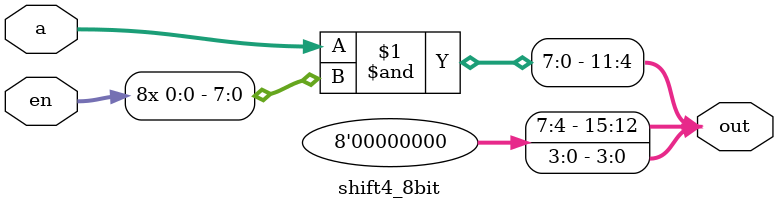
<source format=v>
module shift4_8bit(
	input [7:0] a,
	input en,
	output [15:0] out
);

assign out[15:12] = 4'b0;
assign out[11:4] = a&{8{en}};
assign out[3:0] = 4'b0;

endmodule

</source>
